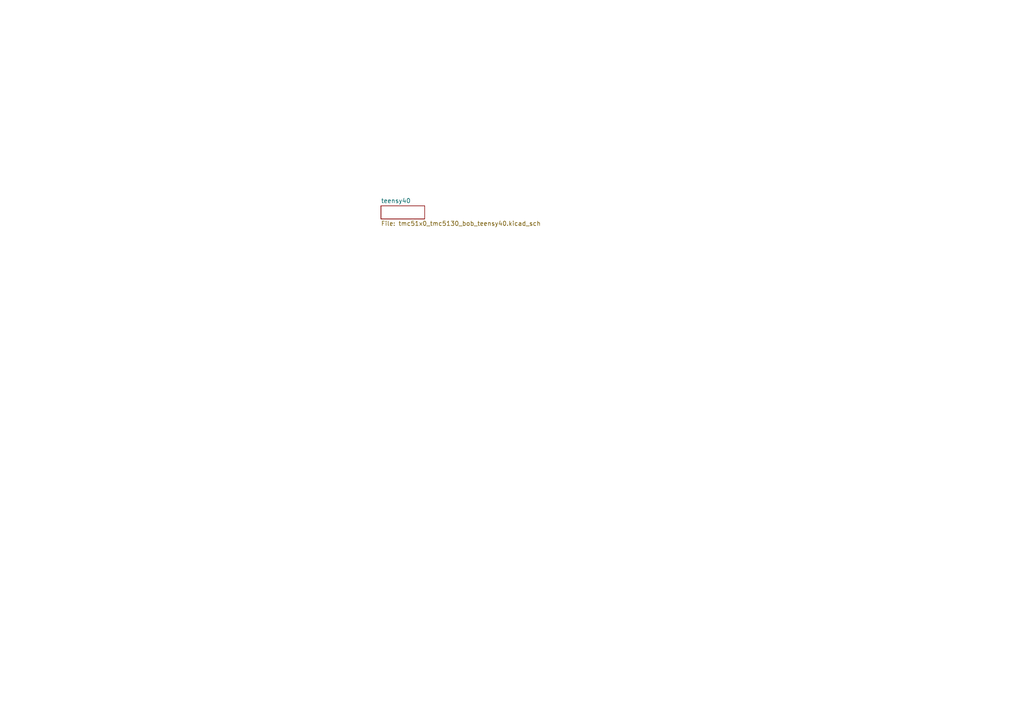
<source format=kicad_sch>
(kicad_sch (version 20230121) (generator eeschema)
  (paper "A4")
  (lib_symbols)
  (sheet (at 110.49 59.69) (size 12.7 3.81) (stroke (width 0.1524))
    (property "Sheetname" "teensy40" (at 110.49 58.9784 0) (effects (justify left bottom)))
    (property "Sheetfile" "tmc51x0_tmc5130_bob_teensy40.kicad_sch" (at 110.49 64.0846 0) (effects (justify left top)))
  )
)
</source>
